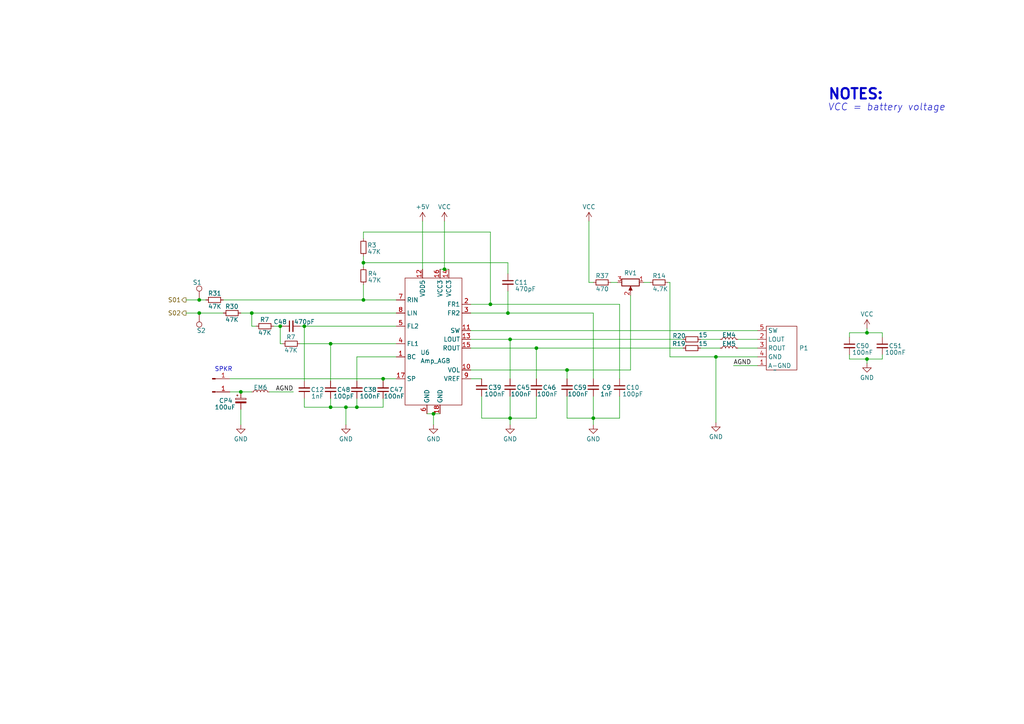
<source format=kicad_sch>
(kicad_sch (version 20230121) (generator eeschema)
  (paper "A4")
  (lib_symbols
    (symbol "AGB:AGB_Headphone_Jack"
      (property "Reference" "P" (at 0 2.54 0))
      (symbol "AGB_Headphone_Jack_0_0"
        (pin unspecified line (at -5.08 -1.27 0) (length 2.54) (name "A-GND") (number "1"))
        (pin unspecified line (at -5.08 -8.89 0) (length 2.54) (name "LOUT") (number "2"))
        (pin unspecified line (at -5.08 -6.35 0) (length 2.54) (name "ROUT") (number "3"))
        (pin unspecified line (at -5.08 -3.81 0) (length 2.54) (name "GND") (number "4"))
        (pin unspecified line (at -5.08 -11.43 0) (length 2.54) (name "SW") (number "5"))
      )
      (symbol "AGB_Headphone_Jack_0_1"
        (rectangle (start -2.54 0) (end 6.35 -12.7))
      )
    )
    (symbol "AGB:Amp_AGB"
      (property "Reference" "U" (at 0 0 0))
      (property "Value" "Amp_AGB" (at 1.27 -16.51 0))
      (symbol "Amp_AGB_0_0"
        (pin unspecified line (at 11.43 -30.48 180) (length 2.54) (name "VOL") (number "10"))
        (pin unspecified line (at 11.43 -19.05 180) (length 2.54) (name "SW") (number "11"))
        (pin unspecified line (at -2.54 -1.27 270) (length 2.54) (name "VDD5") (number "12"))
        (pin unspecified line (at 11.43 -21.59 180) (length 2.54) (name "LOUT") (number "13"))
        (pin unspecified line (at 5.08 -1.27 270) (length 2.54) (name "VCC3") (number "14"))
        (pin unspecified line (at 11.43 -24.13 180) (length 2.54) (name "ROUT") (number "15"))
        (pin unspecified line (at 2.54 -1.27 270) (length 2.54) (name "VCC3") (number "16"))
        (pin unspecified line (at -10.16 -33.02 0) (length 2.54) (name "SP") (number "17"))
        (pin unspecified line (at 2.54 -43.18 90) (length 2.54) (name "GND") (number "18"))
        (pin unspecified line (at 11.43 -11.43 180) (length 2.54) (name "FR1") (number "2"))
        (pin unspecified line (at 11.43 -13.97 180) (length 2.54) (name "FR2") (number "3"))
        (pin unspecified line (at -10.16 -22.86 0) (length 2.54) (name "FL1") (number "4"))
        (pin unspecified line (at -10.16 -17.78 0) (length 2.54) (name "FL2") (number "5"))
        (pin unspecified line (at -1.27 -43.18 90) (length 2.54) (name "GND") (number "6"))
        (pin unspecified line (at -10.16 -10.16 0) (length 2.54) (name "RIN") (number "7"))
        (pin unspecified line (at -10.16 -13.97 0) (length 2.54) (name "LIN") (number "8"))
      )
      (symbol "Amp_AGB_0_1"
        (rectangle (start -7.62 -3.81) (end 8.89 -40.64))
      )
      (symbol "Amp_AGB_1_0"
        (pin unspecified line (at -10.16 -26.67 0) (length 2.54) (name "BC") (number "1"))
        (pin unspecified line (at 11.43 -33.02 180) (length 2.54) (name "VREF") (number "9"))
      )
    )
    (symbol "Connector:Conn_01x01_Pin" (pin_names (offset 1.016) hide)
      (property "Reference" "J" (at 0 2.54 0))
      (property "Value" "Conn_01x01_Pin" (at 0 -2.54 0))
      (symbol "Conn_01x01_Pin_1_1"
        (polyline (pts (xy 1.27 0) (xy 0.8636 0)) (stroke (width 0.1524)))
        (rectangle (start 0.8636 0.127) (end 0 -0.127) (stroke (width 0.1524)) (fill (type outline)))
        (pin passive line (at 5.08 0 180) (length 3.81) (name "Pin_1") (number "1"))
      )
    )
    (symbol "Connector:TestPoint" (pin_numbers hide) (pin_names (offset 0.762) hide)
      (property "Reference" "TP" (at 0 6.858 0))
      (property "Value" "TestPoint" (at 0 5.08 0))
      (symbol "TestPoint_0_1"
        (circle (center 0 3.302) (radius 0.762))
      )
      (symbol "TestPoint_1_1"
        (pin passive line (at 0 0 90) (length 2.54) (name "1") (number "1"))
      )
    )
    (symbol "Device:C_Polarized_Small" (pin_numbers hide) (pin_names (offset 0.254) hide)
      (property "Reference" "C" (at 0.254 1.778 0))
      (property "Value" "C_Polarized_Small" (at 0.254 -2.032 0))
      (symbol "C_Polarized_Small_0_1"
        (rectangle (start -1.524 -0.3048) (end 1.524 -0.6858) (fill (type outline)))
        (rectangle (start -1.524 0.6858) (end 1.524 0.3048))
        (polyline (pts (xy -1.27 1.524) (xy -0.762 1.524)))
        (polyline (pts (xy -1.016 1.27) (xy -1.016 1.778)))
      )
      (symbol "C_Polarized_Small_1_1"
        (pin passive line (at 0 2.54 270) (length 1.8542) (name "~") (number "1"))
        (pin passive line (at 0 -2.54 90) (length 1.8542) (name "~") (number "2"))
      )
    )
    (symbol "Device:C_Small" (pin_numbers hide) (pin_names (offset 0.254) hide)
      (property "Reference" "C" (at 0.254 1.778 0))
      (property "Value" "C_Small" (at 0.254 -2.032 0))
      (symbol "C_Small_0_1"
        (polyline (pts (xy -1.524 -0.508) (xy 1.524 -0.508)) (stroke (width 0.3302)))
        (polyline (pts (xy -1.524 0.508) (xy 1.524 0.508)) (stroke (width 0.3048)))
      )
      (symbol "C_Small_1_1"
        (pin passive line (at 0 2.54 270) (length 2.032) (name "~") (number "1"))
        (pin passive line (at 0 -2.54 90) (length 2.032) (name "~") (number "2"))
      )
    )
    (symbol "Device:L_Small" (pin_numbers hide) (pin_names (offset 0.254) hide)
      (property "Reference" "L" (at 0.762 1.016 0))
      (property "Value" "L_Small" (at 0.762 -1.016 0))
      (symbol "L_Small_0_1"
        (arc (start 0 -2.032) (mid 0.5058 -1.524) (end 0 -1.016))
        (arc (start 0 -1.016) (mid 0.5058 -0.508) (end 0 0))
        (arc (start 0 0) (mid 0.5058 0.508) (end 0 1.016))
        (arc (start 0 1.016) (mid 0.5058 1.524) (end 0 2.032))
      )
      (symbol "L_Small_1_1"
        (pin passive line (at 0 2.54 270) (length 0.508) (name "~") (number "1"))
        (pin passive line (at 0 -2.54 90) (length 0.508) (name "~") (number "2"))
      )
    )
    (symbol "Device:R_Potentiometer" (pin_names (offset 1.016) hide)
      (property "Reference" "RV" (at -4.445 0 90))
      (property "Value" "R_Potentiometer" (at -2.54 0 90))
      (symbol "R_Potentiometer_0_1"
        (polyline (pts (xy 2.54 0) (xy 1.524 0)))
        (polyline (pts (xy 1.143 0) (xy 2.286 0.508) (xy 2.286 -0.508) (xy 1.143 0)) (fill (type outline)))
        (rectangle (start 1.016 2.54) (end -1.016 -2.54) (stroke (width 0.254)))
      )
      (symbol "R_Potentiometer_1_1"
        (pin passive line (at 0 3.81 270) (length 1.27) (name "1") (number "1"))
        (pin passive line (at 3.81 0 180) (length 1.27) (name "2") (number "2"))
        (pin passive line (at 0 -3.81 90) (length 1.27) (name "3") (number "3"))
      )
    )
    (symbol "Device:R_Small" (pin_numbers hide) (pin_names (offset 0.254) hide)
      (property "Reference" "R" (at 0.762 0.508 0))
      (property "Value" "R_Small" (at 0.762 -1.016 0))
      (symbol "R_Small_0_1"
        (rectangle (start -0.762 1.778) (end 0.762 -1.778) (stroke (width 0.2032)))
      )
      (symbol "R_Small_1_1"
        (pin passive line (at 0 2.54 270) (length 0.762) (name "~") (number "1"))
        (pin passive line (at 0 -2.54 90) (length 0.762) (name "~") (number "2"))
      )
    )
    (symbol "power:+5V" (power) (pin_names (offset 0))
      (property "Value" "+5V" (at 0 3.556 0))
      (symbol "+5V_0_1"
        (polyline (pts (xy -0.762 1.27) (xy 0 2.54)))
        (polyline (pts (xy 0 0) (xy 0 2.54)))
        (polyline (pts (xy 0 2.54) (xy 0.762 1.27)))
      )
      (symbol "+5V_1_1"
        (pin power_in line (at 0 0 90) (length 0) hide (name "+5V") (number "1"))
      )
    )
    (symbol "power:GND" (power) (pin_names (offset 0))
      (property "Value" "GND" (at 0 -3.81 0))
      (symbol "GND_0_1"
        (polyline (pts (xy 0 0) (xy 0 -1.27) (xy 1.27 -1.27) (xy 0 -2.54) (xy -1.27 -1.27) (xy 0 -1.27)))
      )
      (symbol "GND_1_1"
        (pin power_in line (at 0 0 270) (length 0) hide (name "GND") (number "1"))
      )
    )
    (symbol "power:VCC" (power) (pin_names (offset 0))
      (property "Value" "VCC" (at 0 3.81 0))
      (symbol "VCC_0_1"
        (polyline (pts (xy -0.762 1.27) (xy 0 2.54)))
        (polyline (pts (xy 0 0) (xy 0 2.54)))
        (polyline (pts (xy 0 2.54) (xy 0.762 1.27)))
      )
      (symbol "VCC_1_1"
        (pin power_in line (at 0 0 90) (length 0) hide (name "VCC") (number "1"))
      )
    )
  )
  (junction (at 147.955 121.285))
  (junction (at 142.24 88.265))
  (junction (at 57.785 90.805))
  (junction (at 103.505 118.11))
  (junction (at 125.73 120.015))
  (junction (at 147.32 90.805))
  (junction (at 95.885 99.695))
  (junction (at 111.125 109.855))
  (junction (at 100.33 118.11))
  (junction (at 207.645 103.505))
  (junction (at 172.085 121.285))
  (junction (at 69.85 113.665))
  (junction (at 147.955 98.425))
  (junction (at 88.265 94.615))
  (junction (at 73.025 90.805))
  (junction (at 105.41 76.2))
  (junction (at 95.885 118.11))
  (junction (at 128.905 78.105))
  (junction (at 155.575 100.965))
  (junction (at 251.46 96.52))
  (junction (at 57.785 86.995))
  (junction (at 251.46 104.14))
  (junction (at 164.465 107.315))
  (junction (at 105.41 86.995))
  (junction (at 81.28 94.615))
  (wire (pts (xy 127.635 78.105) (xy 128.905 78.105)))
  (wire (pts (xy 172.085 121.285) (xy 179.705 121.285)))
  (wire (pts (xy 246.38 104.14) (xy 246.38 102.87)))
  (wire (pts (xy 203.2 98.425) (xy 208.915 98.425)))
  (wire (pts (xy 88.265 94.615) (xy 88.265 110.49)))
  (wire (pts (xy 207.645 122.555) (xy 207.645 103.505)))
  (wire (pts (xy 142.24 88.265) (xy 179.705 88.265)))
  (wire (pts (xy 164.465 114.935) (xy 164.465 121.285)))
  (wire (pts (xy 125.73 123.19) (xy 125.73 120.015)))
  (wire (pts (xy 188.595 81.915) (xy 186.69 81.915)))
  (wire (pts (xy 172.085 81.915) (xy 170.815 81.915)))
  (wire (pts (xy 57.785 86.995) (xy 59.69 86.995)))
  (wire (pts (xy 147.32 79.375) (xy 147.32 76.2)))
  (wire (pts (xy 88.265 94.615) (xy 114.935 94.615)))
  (wire (pts (xy 136.525 107.315) (xy 164.465 107.315)))
  (wire (pts (xy 57.785 90.805) (xy 64.77 90.805)))
  (wire (pts (xy 122.555 64.135) (xy 122.555 78.105)))
  (wire (pts (xy 66.675 109.855) (xy 111.125 109.855)))
  (wire (pts (xy 88.265 118.11) (xy 95.885 118.11)))
  (wire (pts (xy 95.885 115.57) (xy 95.885 118.11)))
  (wire (pts (xy 251.46 104.14) (xy 246.38 104.14)))
  (wire (pts (xy 73.025 94.615) (xy 74.295 94.615)))
  (wire (pts (xy 125.73 120.015) (xy 127.635 120.015)))
  (wire (pts (xy 69.85 123.19) (xy 69.85 118.745)))
  (wire (pts (xy 103.505 110.49) (xy 103.505 103.505)))
  (wire (pts (xy 86.995 94.615) (xy 88.265 94.615)))
  (wire (pts (xy 103.505 103.505) (xy 114.935 103.505)))
  (wire (pts (xy 208.915 100.965) (xy 203.2 100.965)))
  (wire (pts (xy 246.38 96.52) (xy 246.38 97.79)))
  (wire (pts (xy 105.41 74.295) (xy 105.41 76.2)))
  (wire (pts (xy 139.7 121.285) (xy 139.7 114.935)))
  (wire (pts (xy 213.995 98.425) (xy 219.71 98.425)))
  (wire (pts (xy 251.46 105.41) (xy 251.46 104.14)))
  (wire (pts (xy 179.705 114.935) (xy 179.705 121.285)))
  (wire (pts (xy 128.905 78.105) (xy 130.175 78.105)))
  (wire (pts (xy 88.265 115.57) (xy 88.265 118.11)))
  (wire (pts (xy 79.375 94.615) (xy 81.28 94.615)))
  (wire (pts (xy 251.46 96.52) (xy 255.905 96.52)))
  (wire (pts (xy 73.025 90.805) (xy 73.025 94.615)))
  (wire (pts (xy 155.575 100.965) (xy 155.575 109.855)))
  (wire (pts (xy 142.24 88.265) (xy 142.24 67.31)))
  (wire (pts (xy 207.645 103.505) (xy 219.71 103.505)))
  (wire (pts (xy 64.77 86.995) (xy 105.41 86.995)))
  (wire (pts (xy 111.125 115.57) (xy 111.125 118.11)))
  (wire (pts (xy 136.525 95.885) (xy 219.71 95.885)))
  (wire (pts (xy 147.32 90.805) (xy 172.085 90.805)))
  (wire (pts (xy 95.885 110.49) (xy 95.885 99.695)))
  (wire (pts (xy 81.28 99.695) (xy 81.915 99.695)))
  (wire (pts (xy 179.705 88.265) (xy 179.705 109.855)))
  (wire (pts (xy 69.85 90.805) (xy 73.025 90.805)))
  (wire (pts (xy 255.905 104.14) (xy 255.905 102.87)))
  (wire (pts (xy 95.885 99.695) (xy 114.935 99.695)))
  (wire (pts (xy 100.33 118.11) (xy 100.33 123.19)))
  (wire (pts (xy 81.28 94.615) (xy 81.28 99.695)))
  (wire (pts (xy 147.955 114.935) (xy 147.955 121.285)))
  (wire (pts (xy 142.24 67.31) (xy 105.41 67.31)))
  (wire (pts (xy 105.41 86.995) (xy 114.935 86.995)))
  (wire (pts (xy 95.885 118.11) (xy 100.33 118.11)))
  (wire (pts (xy 255.905 96.52) (xy 255.905 97.79)))
  (wire (pts (xy 78.105 113.665) (xy 85.09 113.665)))
  (wire (pts (xy 172.085 121.285) (xy 172.085 123.19)))
  (wire (pts (xy 111.125 109.855) (xy 114.935 109.855)))
  (wire (pts (xy 139.7 109.855) (xy 136.525 109.855)))
  (wire (pts (xy 100.33 118.11) (xy 103.505 118.11)))
  (wire (pts (xy 155.575 100.965) (xy 198.12 100.965)))
  (wire (pts (xy 194.31 103.505) (xy 207.645 103.505)))
  (wire (pts (xy 69.85 113.665) (xy 66.675 113.665)))
  (wire (pts (xy 136.525 100.965) (xy 155.575 100.965)))
  (wire (pts (xy 73.025 90.805) (xy 114.935 90.805)))
  (wire (pts (xy 105.41 67.31) (xy 105.41 69.215)))
  (wire (pts (xy 251.46 96.52) (xy 246.38 96.52)))
  (wire (pts (xy 212.725 106.045) (xy 219.71 106.045)))
  (wire (pts (xy 105.41 76.2) (xy 147.32 76.2)))
  (wire (pts (xy 155.575 121.285) (xy 147.955 121.285)))
  (wire (pts (xy 170.815 81.915) (xy 170.815 64.135)))
  (wire (pts (xy 136.525 90.805) (xy 147.32 90.805)))
  (wire (pts (xy 147.32 84.455) (xy 147.32 90.805)))
  (wire (pts (xy 105.41 82.55) (xy 105.41 86.995)))
  (wire (pts (xy 155.575 114.935) (xy 155.575 121.285)))
  (wire (pts (xy 125.73 120.015) (xy 123.825 120.015)))
  (wire (pts (xy 139.7 121.285) (xy 147.955 121.285)))
  (wire (pts (xy 53.975 90.805) (xy 57.785 90.805)))
  (wire (pts (xy 164.465 107.315) (xy 164.465 109.855)))
  (wire (pts (xy 111.125 118.11) (xy 103.505 118.11)))
  (wire (pts (xy 194.31 81.915) (xy 194.31 103.505)))
  (wire (pts (xy 136.525 98.425) (xy 147.955 98.425)))
  (wire (pts (xy 73.025 113.665) (xy 69.85 113.665)))
  (wire (pts (xy 147.955 123.19) (xy 147.955 121.285)))
  (wire (pts (xy 86.995 99.695) (xy 95.885 99.695)))
  (wire (pts (xy 193.675 81.915) (xy 194.31 81.915)))
  (wire (pts (xy 53.975 86.995) (xy 57.785 86.995)))
  (wire (pts (xy 182.88 107.315) (xy 182.88 85.725)))
  (wire (pts (xy 105.41 76.2) (xy 105.41 77.47)))
  (wire (pts (xy 81.28 94.615) (xy 81.915 94.615)))
  (wire (pts (xy 111.125 110.49) (xy 111.125 109.855)))
  (wire (pts (xy 164.465 107.315) (xy 182.88 107.315)))
  (wire (pts (xy 251.46 104.14) (xy 255.905 104.14)))
  (wire (pts (xy 213.995 100.965) (xy 219.71 100.965)))
  (wire (pts (xy 172.085 114.935) (xy 172.085 121.285)))
  (wire (pts (xy 172.085 90.805) (xy 172.085 109.855)))
  (wire (pts (xy 136.525 88.265) (xy 142.24 88.265)))
  (wire (pts (xy 103.505 115.57) (xy 103.505 118.11)))
  (wire (pts (xy 128.905 64.135) (xy 128.905 78.105)))
  (wire (pts (xy 198.12 98.425) (xy 147.955 98.425)))
  (wire (pts (xy 147.955 98.425) (xy 147.955 109.855)))
  (wire (pts (xy 251.46 95.25) (xy 251.46 96.52)))
  (wire (pts (xy 164.465 121.285) (xy 172.085 121.285)))
  (wire (pts (xy 177.165 81.915) (xy 179.07 81.915)))
  (text "VCC = battery voltage" (at 240.03 32.385 0) (effects (font (size 2 2) italic) (justify left bottom)))
  (text "SPKR" (at 62.23 107.95 0) (effects (font (size 1.27 1.27)) (justify left bottom)))
  (text "NOTES:" (at 240.03 29.21 0) (effects (font (size 3 3) (thickness 0.6) bold) (justify left bottom)))
  (label "AGND" (at 85.09 113.665 180))
  (label "AGND" (at 212.725 106.045 0))
  (hierarchical_label "S02" (shape output) (at 53.975 90.805 180))
  (hierarchical_label "S01" (shape output) (at 53.975 86.995 180))
  (symbol (lib_id "Device:R_Small") (at 105.41 80.01 0) (unit 1)
    (property "Reference" "R4" (at 106.68 79.375 0) (effects (justify left)))
    (property "Value" "47K" (at 106.68 81.28 0) (effects (justify left)))
    (property "Footprint" "Resistor_SMD:R_0402_1005Metric" (effects hide))
  )
  (symbol (lib_id "Device:C_Small") (at 147.955 112.395 0) (mirror y) (unit 1)
    (property "Reference" "C45" (at 151.765 112.395 0))
    (property "Value" "100nF" (at 151.13 114.3 0))
    (property "Footprint" "Capacitor_SMD:C_0402_1005Metric" (effects hide))
  )
  (symbol (lib_id "power:VCC") (at 251.46 95.25 0) (unit 1)
    (property "Reference" "#PWR022" (effects hide))
    (property "Value" "VCC" (at 251.46 91.1169 0))
  )
  (symbol (lib_id "Device:L_Small") (at 211.455 100.965 90) (unit 1)
    (property "Reference" "EM5" (at 211.455 99.695 90))
    (property "Value" "BLM11B252SD" (effects hide))
    (property "Footprint" "Inductor_SMD:L_0603_1608Metric" (effects hide))
  )
  (symbol (lib_id "Device:C_Small") (at 139.7 112.395 0) (mirror x) (unit 1)
    (property "Reference" "C39" (at 143.51 112.395 0))
    (property "Value" "100nF" (at 143.51 114.3 0))
    (property "Footprint" "Capacitor_SMD:C_0402_1005Metric" (effects hide))
  )
  (symbol (lib_id "power:VCC") (at 170.815 64.135 0) (unit 1)
    (property "Reference" "#PWR063" (effects hide))
    (property "Value" "VCC" (at 170.815 60.0019 0))
  )
  (symbol (lib_id "Device:R_Small") (at 200.66 100.965 270) (unit 1)
    (property "Reference" "R19" (at 194.945 99.695 90) (effects (justify left)))
    (property "Value" "15" (at 202.565 99.695 90) (effects (justify left)))
    (property "Footprint" "Resistor_SMD:R_0402_1005Metric" (effects hide))
  )
  (symbol (lib_id "Connector:Conn_01x01_Pin") (at 61.595 109.855 0) (unit 1)
    (property "Reference" "J2" (effects hide))
    (property "Value" "Conn_01x01_Pin" (effects hide))
    (property "Footprint" "TestPoint:TestPoint_Loop_D1.80mm_Drill1.0mm_Beaded" (effects hide))
  )
  (symbol (lib_id "Device:R_Small") (at 62.23 86.995 270) (unit 1)
    (property "Reference" "R31" (at 60.325 85.09 90) (effects (justify left)))
    (property "Value" "47K" (at 60.325 88.9 90) (effects (justify left)))
    (property "Footprint" "Resistor_SMD:R_0402_1005Metric" (effects hide))
  )
  (symbol (lib_id "Device:C_Small") (at 179.705 112.395 0) (mirror y) (unit 1)
    (property "Reference" "C10" (at 183.515 112.395 0))
    (property "Value" "100pF" (at 183.515 114.3 0))
    (property "Footprint" "Capacitor_SMD:C_0402_1005Metric" (effects hide))
  )
  (symbol (lib_id "Device:L_Small") (at 211.455 98.425 90) (unit 1)
    (property "Reference" "EM4" (at 211.455 97.155 90))
    (property "Value" "BLM11B252SD" (effects hide))
    (property "Footprint" "Inductor_SMD:L_0603_1608Metric" (effects hide))
  )
  (symbol (lib_id "power:GND") (at 172.085 123.19 0) (unit 1)
    (property "Reference" "#PWR045" (effects hide))
    (property "Value" "GND" (at 172.085 127.3255 0))
    (instances (project "gba" (path "" (reference "#PWR045") (unit 1)) (path "" (reference "#PWR062") (unit 1))))
  )
  (symbol (lib_id "Device:C_Small") (at 172.085 112.395 0) (mirror y) (unit 1)
    (property "Reference" "C9" (at 175.895 112.395 0))
    (property "Value" "1nF" (at 175.895 114.3 0))
    (property "Footprint" "Capacitor_SMD:C_0402_1005Metric" (effects hide))
  )
  (symbol (lib_id "Device:C_Small") (at 111.125 113.03 0) (mirror x) (unit 1)
    (property "Reference" "C47" (at 114.935 113.03 0))
    (property "Value" "100nF" (at 114.3 114.935 0))
    (property "Footprint" "Capacitor_SMD:C_0402_1005Metric" (effects hide))
  )
  (symbol (lib_id "Device:R_Small") (at 67.31 90.805 90) (unit 1)
    (property "Reference" "R30" (at 69.215 88.9 90) (effects (justify left)))
    (property "Value" "47K" (at 69.215 92.71 90) (effects (justify left)))
    (property "Footprint" "Resistor_SMD:R_0402_1005Metric" (effects hide))
  )
  (symbol (lib_id "Device:C_Polarized_Small") (at 69.85 116.205 0) (unit 1)
    (property "Reference" "CP4" (at 63.5 116.205 0) (effects (justify left)))
    (property "Value" "100uF" (at 62.23 118.11 0) (effects (justify left)))
    (property "Footprint" "Capacitor_SMD:C_Elec_5x5.4" (effects hide))
  )
  (symbol (lib_id "Device:C_Small") (at 147.32 81.915 0) (mirror y) (unit 1)
    (property "Reference" "C11" (at 151.13 81.915 0))
    (property "Value" "470pF" (at 152.4 83.82 0))
    (property "Footprint" "Capacitor_SMD:C_0402_1005Metric" (effects hide))
  )
  (symbol (lib_id "power:GND") (at 147.955 123.19 0) (unit 1)
    (property "Reference" "#PWR045" (effects hide))
    (property "Value" "GND" (at 147.955 127.3255 0))
    (instances (project "gba" (path "" (reference "#PWR045") (unit 1)) (path "" (reference "#PWR046") (unit 1))))
  )
  (symbol (lib_id "Device:R_Potentiometer") (at 182.88 81.915 270) (unit 1)
    (property "Reference" "RV1" (at 182.88 79.1789 90))
    (property "Value" "R_Potentiometer" (effects hide))
    (property "Footprint" "AGB:AGB POT" (effects hide))
    (instances (project "gba" (path "" (reference "RV1") (unit 1)) (path "" (reference "VR2") (unit 1))))
  )
  (symbol (lib_id "Device:C_Small") (at 255.905 100.33 0) (mirror y) (unit 1)
    (property "Reference" "C51" (at 259.715 100.33 0))
    (property "Value" "100nF" (at 259.715 102.235 0))
    (property "Footprint" "Capacitor_SMD:C_0402_1005Metric" (effects hide))
  )
  (symbol (lib_id "Connector:TestPoint") (at 57.785 86.995 0) (unit 1)
    (property "Reference" "S1" (at 55.88 81.915 0) (effects (justify left)))
    (property "Value" "TestPoint" (effects hide))
  )
  (symbol (lib_id "power:GND") (at 125.73 123.19 0) (unit 1)
    (property "Reference" "#PWR045" (effects hide))
    (property "Value" "GND" (at 125.73 127.3255 0))
    (instances (project "gba" (path "" (reference "#PWR045") (unit 1)) (path "" (reference "#PWR042") (unit 1))))
  )
  (symbol (lib_id "power:GND") (at 251.46 105.41 0) (unit 1)
    (property "Reference" "#PWR044" (effects hide))
    (property "Value" "GND" (at 251.46 109.5455 0))
  )
  (symbol (lib_id "Device:C_Small") (at 95.885 113.03 0) (mirror y) (unit 1)
    (property "Reference" "C48" (at 99.695 113.03 0))
    (property "Value" "100pF" (at 99.695 114.935 0))
    (property "Footprint" "Capacitor_SMD:C_0402_1005Metric" (effects hide))
    (instances (project "gba" (path "" (reference "C48") (unit 1)) (path "" (reference "C49") (unit 1))))
  )
  (symbol (lib_id "Device:R_Small") (at 174.625 81.915 270) (unit 1)
    (property "Reference" "R37" (at 172.72 80.01 90) (effects (justify left)))
    (property "Value" "470" (at 172.7563 83.819 90) (effects (justify left)))
    (property "Footprint" "Resistor_SMD:R_0402_1005Metric" (effects hide))
  )
  (symbol (lib_id "Device:C_Small") (at 155.575 112.395 0) (mirror x) (unit 1)
    (property "Reference" "C46" (at 159.385 112.395 0))
    (property "Value" "100nF" (at 158.75 114.3 0))
    (property "Footprint" "Capacitor_SMD:C_0402_1005Metric" (effects hide))
  )
  (symbol (lib_id "Device:C_Small") (at 164.465 112.395 180) (unit 1)
    (property "Reference" "C59" (at 168.275 112.395 0))
    (property "Value" "100nF" (at 167.64 114.3 0))
    (property "Footprint" "Capacitor_SMD:C_0402_1005Metric" (effects hide))
  )
  (symbol (lib_id "power:GND") (at 100.33 123.19 0) (unit 1)
    (property "Reference" "#PWR045" (effects hide))
    (property "Value" "GND" (at 100.33 127.3255 0))
  )
  (symbol (lib_id "Connector:Conn_01x01_Pin") (at 61.595 113.665 0) (unit 1)
    (property "Reference" "J3" (effects hide))
    (property "Value" "Conn_01x01_Pin" (effects hide))
    (property "Footprint" "TestPoint:TestPoint_Loop_D1.80mm_Drill1.0mm_Beaded" (effects hide))
  )
  (symbol (lib_id "Device:L_Small") (at 75.565 113.665 270) (mirror x) (unit 1)
    (property "Reference" "EM6" (at 75.565 112.395 90))
    (property "Value" "BLM11B252SD" (effects hide))
    (property "Footprint" "Inductor_SMD:L_0603_1608Metric" (effects hide))
  )
  (symbol (lib_id "power:GND") (at 69.85 123.19 0) (unit 1)
    (property "Reference" "#PWR045" (effects hide))
    (property "Value" "GND" (at 69.85 127.3255 0))
    (instances (project "gba" (path "" (reference "#PWR045") (unit 1)) (path "" (reference "#PWR043") (unit 1))))
  )
  (symbol (lib_id "Device:C_Small") (at 246.38 100.33 0) (mirror y) (unit 1)
    (property "Reference" "C50" (at 250.19 100.33 0))
    (property "Value" "100nF" (at 250.19 102.235 0))
    (property "Footprint" "Capacitor_SMD:C_0402_1005Metric" (effects hide))
  )
  (symbol (lib_id "Device:R_Small") (at 191.135 81.915 270) (unit 1)
    (property "Reference" "R14" (at 189.23 80.01 90) (effects (justify left)))
    (property "Value" "4.7K" (at 189.2663 83.819 90) (effects (justify left)))
    (property "Footprint" "Resistor_SMD:R_0402_1005Metric" (effects hide))
  )
  (symbol (lib_id "AGB:AGB_Headphone_Jack") (at 224.79 107.315 0) (mirror x) (unit 1)
    (property "Reference" "P1" (at 231.775 100.965 0) (effects (justify left)))
    (property "Value" "~" (at 224.79 107.315 0))
    (property "Footprint" "AGB:AGB HEADPHONE JACK" (effects hide))
  )
  (symbol (lib_id "AGB:Amp_AGB") (at 125.095 76.835 0) (unit 1)
    (property "Reference" "U6" (at 121.92 102.235 0) (effects (justify left)))
    (property "Value" "Amp_AGB" (at 121.92 104.6592 0) (effects (justify left)))
    (property "Footprint" "AGB:AGB AMP" (effects hide))
  )
  (symbol (lib_id "power:+5V") (at 122.555 64.135 0) (unit 1)
    (property "Reference" "#PWR051" (effects hide))
    (property "Value" "+5V" (at 122.555 60.0019 0))
  )
  (symbol (lib_id "power:GND") (at 207.645 122.555 0) (unit 1)
    (property "Reference" "#PWR045" (effects hide))
    (property "Value" "GND" (at 207.645 126.6905 0))
    (instances (project "gba" (path "" (reference "#PWR045") (unit 1)) (path "" (reference "#PWR047") (unit 1))))
  )
  (symbol (lib_id "Device:R_Small") (at 76.835 94.615 90) (mirror x) (unit 1)
    (property "Reference" "R7" (at 78.105 92.71 90) (effects (justify left)))
    (property "Value" "47K" (at 78.74 96.52 90) (effects (justify left)))
    (property "Footprint" "Resistor_SMD:R_0402_1005Metric" (effects hide))
  )
  (symbol (lib_id "Device:R_Small") (at 105.41 71.755 0) (mirror y) (unit 1)
    (property "Reference" "R3" (at 109.22 71.12 0) (effects (justify left)))
    (property "Value" "47K" (at 110.49 73.025 0) (effects (justify left)))
    (property "Footprint" "Resistor_SMD:R_0402_1005Metric" (effects hide))
  )
  (symbol (lib_id "power:VCC") (at 128.905 64.135 0) (unit 1)
    (property "Reference" "#PWR041" (effects hide))
    (property "Value" "VCC" (at 128.905 60.0019 0))
  )
  (symbol (lib_id "Device:C_Small") (at 103.505 113.03 0) (mirror x) (unit 1)
    (property "Reference" "C38" (at 107.315 113.03 0))
    (property "Value" "100nF" (at 107.315 114.935 0))
    (property "Footprint" "Capacitor_SMD:C_0603_1608Metric" (effects hide))
  )
  (symbol (lib_id "Device:C_Small") (at 84.455 94.615 90) (mirror x) (unit 1)
    (property "Reference" "C48" (at 81.28 93.345 90))
    (property "Value" "470pF" (at 88.265 93.345 90))
    (property "Footprint" "Capacitor_SMD:C_0402_1005Metric" (effects hide))
  )
  (symbol (lib_id "Connector:TestPoint") (at 57.785 90.805 180) (unit 1)
    (property "Reference" "S2" (at 59.69 95.885 0) (effects (justify left)))
    (property "Value" "TestPoint" (effects hide))
  )
  (symbol (lib_id "Device:R_Small") (at 200.66 98.425 270) (unit 1)
    (property "Reference" "R20" (at 195.0208 97.4266 90) (effects (justify left)))
    (property "Value" "15" (at 202.565 97.155 90) (effects (justify left)))
    (property "Footprint" "Resistor_SMD:R_0402_1005Metric" (effects hide))
  )
  (symbol (lib_id "Device:R_Small") (at 84.455 99.695 90) (mirror x) (unit 1)
    (property "Reference" "R7" (at 85.725 97.79 90) (effects (justify left)))
    (property "Value" "47K" (at 86.36 101.6 90) (effects (justify left)))
    (property "Footprint" "Resistor_SMD:R_0402_1005Metric" (effects hide))
    (instances (project "gba" (path "" (reference "R7") (unit 1)) (path "" (reference "R8") (unit 1))))
  )
  (symbol (lib_id "Device:C_Small") (at 88.265 113.03 0) (mirror x) (unit 1)
    (property "Reference" "C12" (at 92.075 113.03 0))
    (property "Value" "1nF" (at 92.075 114.935 0))
    (property "Footprint" "Capacitor_SMD:C_0402_1005Metric" (effects hide))
  )
)
</source>
